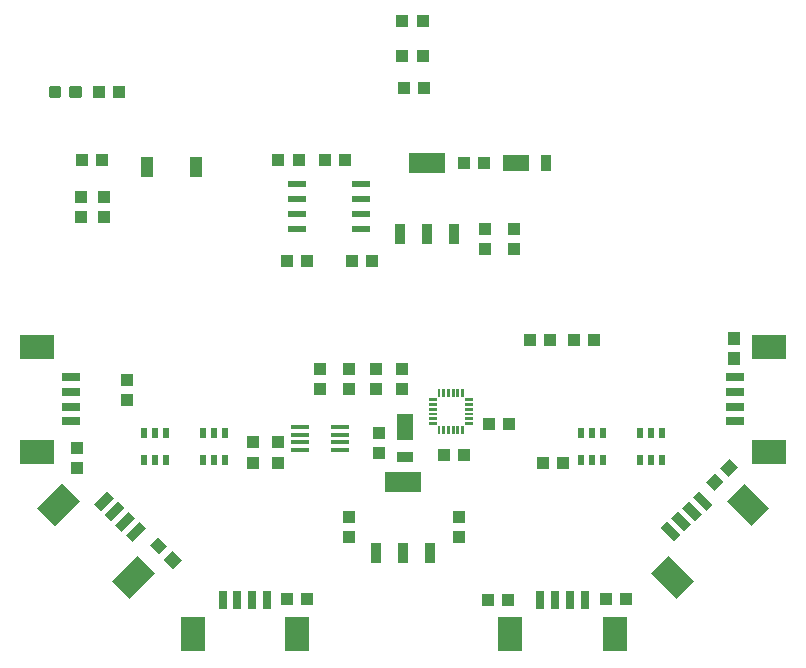
<source format=gbr>
G04 EAGLE Gerber RS-274X export*
G75*
%MOMM*%
%FSLAX34Y34*%
%LPD*%
%INSolderpaste Top*%
%IPPOS*%
%AMOC8*
5,1,8,0,0,1.08239X$1,22.5*%
G01*
%ADD10R,1.000000X1.100000*%
%ADD11R,1.100000X1.000000*%
%ADD12R,0.850800X1.761200*%
%ADD13R,3.150800X1.761200*%
%ADD14C,0.055000*%
%ADD15R,1.600000X0.300000*%
%ADD16R,1.550000X0.600000*%
%ADD17R,2.100000X3.000000*%
%ADD18R,0.800000X1.600000*%
%ADD19R,1.600000X0.800000*%
%ADD20R,3.000000X2.100000*%
%ADD21R,0.600000X0.950000*%
%ADD22R,1.140000X1.780000*%
%ADD23R,1.400000X0.900000*%
%ADD24R,1.400000X2.200000*%
%ADD25R,0.900000X1.400000*%
%ADD26R,2.200000X1.400000*%
%ADD27C,0.300000*%


D10*
X63000Y166500D03*
X63000Y183500D03*
D11*
X308500Y166000D03*
X325500Y166000D03*
X206500Y540000D03*
X189500Y540000D03*
D12*
X167000Y89750D03*
X190000Y89750D03*
X213000Y89750D03*
D13*
X190000Y150250D03*
D12*
X187000Y359750D03*
X210000Y359750D03*
X233000Y359750D03*
D13*
X210000Y420250D03*
D11*
X-64500Y423000D03*
X-81500Y423000D03*
D10*
X259000Y364500D03*
X259000Y347500D03*
D11*
X241500Y420000D03*
X258500Y420000D03*
D10*
X237000Y103500D03*
X237000Y120500D03*
X144000Y120500D03*
X144000Y103500D03*
X144000Y228500D03*
X144000Y245500D03*
X120000Y228500D03*
X120000Y245500D03*
D11*
X224500Y173000D03*
X241500Y173000D03*
X262500Y199000D03*
X279500Y199000D03*
D10*
X170000Y191500D03*
X170000Y174500D03*
D14*
X211625Y219175D02*
X217475Y219175D01*
X211625Y219175D02*
X211625Y220825D01*
X217475Y220825D01*
X217475Y219175D01*
X217475Y219697D02*
X211625Y219697D01*
X211625Y220219D02*
X217475Y220219D01*
X217475Y220741D02*
X211625Y220741D01*
X211625Y215175D02*
X217475Y215175D01*
X211625Y215175D02*
X211625Y216825D01*
X217475Y216825D01*
X217475Y215175D01*
X217475Y215697D02*
X211625Y215697D01*
X211625Y216219D02*
X217475Y216219D01*
X217475Y216741D02*
X211625Y216741D01*
X211625Y211175D02*
X217475Y211175D01*
X211625Y211175D02*
X211625Y212825D01*
X217475Y212825D01*
X217475Y211175D01*
X217475Y211697D02*
X211625Y211697D01*
X211625Y212219D02*
X217475Y212219D01*
X217475Y212741D02*
X211625Y212741D01*
X211625Y207175D02*
X217475Y207175D01*
X211625Y207175D02*
X211625Y208825D01*
X217475Y208825D01*
X217475Y207175D01*
X217475Y207697D02*
X211625Y207697D01*
X211625Y208219D02*
X217475Y208219D01*
X217475Y208741D02*
X211625Y208741D01*
X211625Y203175D02*
X217475Y203175D01*
X211625Y203175D02*
X211625Y204825D01*
X217475Y204825D01*
X217475Y203175D01*
X217475Y203697D02*
X211625Y203697D01*
X211625Y204219D02*
X217475Y204219D01*
X217475Y204741D02*
X211625Y204741D01*
X211625Y199175D02*
X217475Y199175D01*
X211625Y199175D02*
X211625Y200825D01*
X217475Y200825D01*
X217475Y199175D01*
X217475Y199697D02*
X211625Y199697D01*
X211625Y200219D02*
X217475Y200219D01*
X217475Y200741D02*
X211625Y200741D01*
X220825Y197475D02*
X220825Y191625D01*
X219175Y191625D01*
X219175Y197475D01*
X220825Y197475D01*
X220825Y192147D02*
X219175Y192147D01*
X219175Y192669D02*
X220825Y192669D01*
X220825Y193191D02*
X219175Y193191D01*
X219175Y193713D02*
X220825Y193713D01*
X220825Y194235D02*
X219175Y194235D01*
X219175Y194757D02*
X220825Y194757D01*
X220825Y195279D02*
X219175Y195279D01*
X219175Y195801D02*
X220825Y195801D01*
X220825Y196323D02*
X219175Y196323D01*
X219175Y196845D02*
X220825Y196845D01*
X220825Y197367D02*
X219175Y197367D01*
X224825Y197475D02*
X224825Y191625D01*
X223175Y191625D01*
X223175Y197475D01*
X224825Y197475D01*
X224825Y192147D02*
X223175Y192147D01*
X223175Y192669D02*
X224825Y192669D01*
X224825Y193191D02*
X223175Y193191D01*
X223175Y193713D02*
X224825Y193713D01*
X224825Y194235D02*
X223175Y194235D01*
X223175Y194757D02*
X224825Y194757D01*
X224825Y195279D02*
X223175Y195279D01*
X223175Y195801D02*
X224825Y195801D01*
X224825Y196323D02*
X223175Y196323D01*
X223175Y196845D02*
X224825Y196845D01*
X224825Y197367D02*
X223175Y197367D01*
X228825Y197475D02*
X228825Y191625D01*
X227175Y191625D01*
X227175Y197475D01*
X228825Y197475D01*
X228825Y192147D02*
X227175Y192147D01*
X227175Y192669D02*
X228825Y192669D01*
X228825Y193191D02*
X227175Y193191D01*
X227175Y193713D02*
X228825Y193713D01*
X228825Y194235D02*
X227175Y194235D01*
X227175Y194757D02*
X228825Y194757D01*
X228825Y195279D02*
X227175Y195279D01*
X227175Y195801D02*
X228825Y195801D01*
X228825Y196323D02*
X227175Y196323D01*
X227175Y196845D02*
X228825Y196845D01*
X228825Y197367D02*
X227175Y197367D01*
X232825Y197475D02*
X232825Y191625D01*
X231175Y191625D01*
X231175Y197475D01*
X232825Y197475D01*
X232825Y192147D02*
X231175Y192147D01*
X231175Y192669D02*
X232825Y192669D01*
X232825Y193191D02*
X231175Y193191D01*
X231175Y193713D02*
X232825Y193713D01*
X232825Y194235D02*
X231175Y194235D01*
X231175Y194757D02*
X232825Y194757D01*
X232825Y195279D02*
X231175Y195279D01*
X231175Y195801D02*
X232825Y195801D01*
X232825Y196323D02*
X231175Y196323D01*
X231175Y196845D02*
X232825Y196845D01*
X232825Y197367D02*
X231175Y197367D01*
X236825Y197475D02*
X236825Y191625D01*
X235175Y191625D01*
X235175Y197475D01*
X236825Y197475D01*
X236825Y192147D02*
X235175Y192147D01*
X235175Y192669D02*
X236825Y192669D01*
X236825Y193191D02*
X235175Y193191D01*
X235175Y193713D02*
X236825Y193713D01*
X236825Y194235D02*
X235175Y194235D01*
X235175Y194757D02*
X236825Y194757D01*
X236825Y195279D02*
X235175Y195279D01*
X235175Y195801D02*
X236825Y195801D01*
X236825Y196323D02*
X235175Y196323D01*
X235175Y196845D02*
X236825Y196845D01*
X236825Y197367D02*
X235175Y197367D01*
X240825Y197475D02*
X240825Y191625D01*
X239175Y191625D01*
X239175Y197475D01*
X240825Y197475D01*
X240825Y192147D02*
X239175Y192147D01*
X239175Y192669D02*
X240825Y192669D01*
X240825Y193191D02*
X239175Y193191D01*
X239175Y193713D02*
X240825Y193713D01*
X240825Y194235D02*
X239175Y194235D01*
X239175Y194757D02*
X240825Y194757D01*
X240825Y195279D02*
X239175Y195279D01*
X239175Y195801D02*
X240825Y195801D01*
X240825Y196323D02*
X239175Y196323D01*
X239175Y196845D02*
X240825Y196845D01*
X240825Y197367D02*
X239175Y197367D01*
X242525Y200825D02*
X248375Y200825D01*
X248375Y199175D01*
X242525Y199175D01*
X242525Y200825D01*
X242525Y199697D02*
X248375Y199697D01*
X248375Y200219D02*
X242525Y200219D01*
X242525Y200741D02*
X248375Y200741D01*
X248375Y204825D02*
X242525Y204825D01*
X248375Y204825D02*
X248375Y203175D01*
X242525Y203175D01*
X242525Y204825D01*
X242525Y203697D02*
X248375Y203697D01*
X248375Y204219D02*
X242525Y204219D01*
X242525Y204741D02*
X248375Y204741D01*
X248375Y208825D02*
X242525Y208825D01*
X248375Y208825D02*
X248375Y207175D01*
X242525Y207175D01*
X242525Y208825D01*
X242525Y207697D02*
X248375Y207697D01*
X248375Y208219D02*
X242525Y208219D01*
X242525Y208741D02*
X248375Y208741D01*
X248375Y212825D02*
X242525Y212825D01*
X248375Y212825D02*
X248375Y211175D01*
X242525Y211175D01*
X242525Y212825D01*
X242525Y211697D02*
X248375Y211697D01*
X248375Y212219D02*
X242525Y212219D01*
X242525Y212741D02*
X248375Y212741D01*
X248375Y216825D02*
X242525Y216825D01*
X248375Y216825D02*
X248375Y215175D01*
X242525Y215175D01*
X242525Y216825D01*
X242525Y215697D02*
X248375Y215697D01*
X248375Y216219D02*
X242525Y216219D01*
X242525Y216741D02*
X248375Y216741D01*
X248375Y220825D02*
X242525Y220825D01*
X248375Y220825D02*
X248375Y219175D01*
X242525Y219175D01*
X242525Y220825D01*
X242525Y219697D02*
X248375Y219697D01*
X248375Y220219D02*
X242525Y220219D01*
X242525Y220741D02*
X248375Y220741D01*
X239175Y222525D02*
X239175Y228375D01*
X240825Y228375D01*
X240825Y222525D01*
X239175Y222525D01*
X239175Y223047D02*
X240825Y223047D01*
X240825Y223569D02*
X239175Y223569D01*
X239175Y224091D02*
X240825Y224091D01*
X240825Y224613D02*
X239175Y224613D01*
X239175Y225135D02*
X240825Y225135D01*
X240825Y225657D02*
X239175Y225657D01*
X239175Y226179D02*
X240825Y226179D01*
X240825Y226701D02*
X239175Y226701D01*
X239175Y227223D02*
X240825Y227223D01*
X240825Y227745D02*
X239175Y227745D01*
X239175Y228267D02*
X240825Y228267D01*
X235175Y228375D02*
X235175Y222525D01*
X235175Y228375D02*
X236825Y228375D01*
X236825Y222525D01*
X235175Y222525D01*
X235175Y223047D02*
X236825Y223047D01*
X236825Y223569D02*
X235175Y223569D01*
X235175Y224091D02*
X236825Y224091D01*
X236825Y224613D02*
X235175Y224613D01*
X235175Y225135D02*
X236825Y225135D01*
X236825Y225657D02*
X235175Y225657D01*
X235175Y226179D02*
X236825Y226179D01*
X236825Y226701D02*
X235175Y226701D01*
X235175Y227223D02*
X236825Y227223D01*
X236825Y227745D02*
X235175Y227745D01*
X235175Y228267D02*
X236825Y228267D01*
X231175Y228375D02*
X231175Y222525D01*
X231175Y228375D02*
X232825Y228375D01*
X232825Y222525D01*
X231175Y222525D01*
X231175Y223047D02*
X232825Y223047D01*
X232825Y223569D02*
X231175Y223569D01*
X231175Y224091D02*
X232825Y224091D01*
X232825Y224613D02*
X231175Y224613D01*
X231175Y225135D02*
X232825Y225135D01*
X232825Y225657D02*
X231175Y225657D01*
X231175Y226179D02*
X232825Y226179D01*
X232825Y226701D02*
X231175Y226701D01*
X231175Y227223D02*
X232825Y227223D01*
X232825Y227745D02*
X231175Y227745D01*
X231175Y228267D02*
X232825Y228267D01*
X227175Y228375D02*
X227175Y222525D01*
X227175Y228375D02*
X228825Y228375D01*
X228825Y222525D01*
X227175Y222525D01*
X227175Y223047D02*
X228825Y223047D01*
X228825Y223569D02*
X227175Y223569D01*
X227175Y224091D02*
X228825Y224091D01*
X228825Y224613D02*
X227175Y224613D01*
X227175Y225135D02*
X228825Y225135D01*
X228825Y225657D02*
X227175Y225657D01*
X227175Y226179D02*
X228825Y226179D01*
X228825Y226701D02*
X227175Y226701D01*
X227175Y227223D02*
X228825Y227223D01*
X228825Y227745D02*
X227175Y227745D01*
X227175Y228267D02*
X228825Y228267D01*
X223175Y228375D02*
X223175Y222525D01*
X223175Y228375D02*
X224825Y228375D01*
X224825Y222525D01*
X223175Y222525D01*
X223175Y223047D02*
X224825Y223047D01*
X224825Y223569D02*
X223175Y223569D01*
X223175Y224091D02*
X224825Y224091D01*
X224825Y224613D02*
X223175Y224613D01*
X223175Y225135D02*
X224825Y225135D01*
X224825Y225657D02*
X223175Y225657D01*
X223175Y226179D02*
X224825Y226179D01*
X224825Y226701D02*
X223175Y226701D01*
X223175Y227223D02*
X224825Y227223D01*
X224825Y227745D02*
X223175Y227745D01*
X223175Y228267D02*
X224825Y228267D01*
X219175Y228375D02*
X219175Y222525D01*
X219175Y228375D02*
X220825Y228375D01*
X220825Y222525D01*
X219175Y222525D01*
X219175Y223047D02*
X220825Y223047D01*
X220825Y223569D02*
X219175Y223569D01*
X219175Y224091D02*
X220825Y224091D01*
X220825Y224613D02*
X219175Y224613D01*
X219175Y225135D02*
X220825Y225135D01*
X220825Y225657D02*
X219175Y225657D01*
X219175Y226179D02*
X220825Y226179D01*
X220825Y226701D02*
X219175Y226701D01*
X219175Y227223D02*
X220825Y227223D01*
X220825Y227745D02*
X219175Y227745D01*
X219175Y228267D02*
X220825Y228267D01*
D10*
X284000Y364500D03*
X284000Y347500D03*
X-83000Y391500D03*
X-83000Y374500D03*
X-63000Y391500D03*
X-63000Y374500D03*
D15*
X137000Y177000D03*
X137000Y183500D03*
X137000Y190000D03*
X137000Y196500D03*
X103000Y196500D03*
X103000Y190000D03*
X103000Y183500D03*
X103000Y177000D03*
D10*
X84000Y183500D03*
X84000Y166500D03*
X189000Y228500D03*
X189000Y245500D03*
X167000Y228500D03*
X167000Y245500D03*
D16*
X100000Y402050D03*
X100000Y389350D03*
X100000Y376650D03*
X100000Y363950D03*
X154000Y363950D03*
X154000Y376650D03*
X154000Y389350D03*
X154000Y402050D03*
D11*
X101500Y423000D03*
X84500Y423000D03*
X189500Y511000D03*
X206500Y511000D03*
X140500Y423000D03*
X123500Y423000D03*
X190500Y484000D03*
X207500Y484000D03*
D17*
X11750Y21000D03*
X100250Y21000D03*
D18*
X37250Y50000D03*
X62250Y50000D03*
X49750Y50000D03*
X74750Y50000D03*
D17*
X280750Y21000D03*
X369250Y21000D03*
D18*
X306250Y50000D03*
X331250Y50000D03*
X318750Y50000D03*
X343750Y50000D03*
D17*
G36*
X-104652Y112777D02*
X-119708Y127417D01*
X-98794Y148923D01*
X-83738Y134283D01*
X-104652Y112777D01*
G37*
G36*
X-41206Y51077D02*
X-56262Y65717D01*
X-35348Y87223D01*
X-20292Y72583D01*
X-41206Y51077D01*
G37*
D19*
G36*
X-54780Y136808D02*
X-65933Y125339D01*
X-71668Y130916D01*
X-60515Y142385D01*
X-54780Y136808D01*
G37*
G36*
X-36858Y119379D02*
X-48011Y107910D01*
X-53746Y113487D01*
X-42593Y124956D01*
X-36858Y119379D01*
G37*
G36*
X-45819Y128094D02*
X-56972Y116625D01*
X-62707Y122202D01*
X-51554Y133671D01*
X-45819Y128094D01*
G37*
G36*
X-27896Y110665D02*
X-39049Y99196D01*
X-44784Y104773D01*
X-33631Y116242D01*
X-27896Y110665D01*
G37*
D17*
G36*
X435963Y65838D02*
X420781Y51330D01*
X400055Y73018D01*
X415237Y87526D01*
X435963Y65838D01*
G37*
G36*
X499945Y126982D02*
X484763Y112474D01*
X464037Y134162D01*
X479219Y148670D01*
X499945Y126982D01*
G37*
D19*
G36*
X413774Y116559D02*
X424827Y104992D01*
X419044Y99465D01*
X407991Y111032D01*
X413774Y116559D01*
G37*
G36*
X431848Y133831D02*
X442901Y122264D01*
X437118Y116737D01*
X426065Y128304D01*
X431848Y133831D01*
G37*
G36*
X422811Y125195D02*
X433864Y113628D01*
X428081Y108101D01*
X417028Y119668D01*
X422811Y125195D01*
G37*
G36*
X440885Y142467D02*
X451938Y130900D01*
X446155Y125373D01*
X435102Y136940D01*
X440885Y142467D01*
G37*
D20*
X500000Y175750D03*
X500000Y264250D03*
D19*
X471000Y201250D03*
X471000Y226250D03*
X471000Y213750D03*
X471000Y238750D03*
D20*
X-120000Y264250D03*
X-120000Y175750D03*
D19*
X-91000Y238750D03*
X-91000Y213750D03*
X-91000Y226250D03*
X-91000Y201250D03*
D21*
X-20000Y191250D03*
X-20000Y168750D03*
X-29500Y191250D03*
X-10500Y168750D03*
X-29500Y168750D03*
X-10500Y191250D03*
X400000Y191250D03*
X400000Y168750D03*
X390500Y191250D03*
X409500Y168750D03*
X390500Y168750D03*
X409500Y191250D03*
X30000Y191250D03*
X30000Y168750D03*
X20500Y191250D03*
X39500Y168750D03*
X20500Y168750D03*
X39500Y191250D03*
X350000Y191250D03*
X350000Y168750D03*
X340500Y191250D03*
X359500Y168750D03*
X340500Y168750D03*
X359500Y191250D03*
D11*
G36*
X474973Y259956D02*
X474877Y248957D01*
X464879Y249044D01*
X464975Y260043D01*
X474973Y259956D01*
G37*
G36*
X475121Y276956D02*
X475025Y265957D01*
X465027Y266044D01*
X465123Y277043D01*
X475121Y276956D01*
G37*
G36*
X461414Y150343D02*
X453637Y142566D01*
X446566Y149637D01*
X454343Y157414D01*
X461414Y150343D01*
G37*
G36*
X473434Y162363D02*
X465657Y154586D01*
X458586Y161657D01*
X466363Y169434D01*
X473434Y162363D01*
G37*
D10*
X-86000Y178500D03*
X-86000Y161500D03*
D11*
G36*
X-16657Y88586D02*
X-24434Y96363D01*
X-17363Y103434D01*
X-9586Y95657D01*
X-16657Y88586D01*
G37*
G36*
X-4637Y76566D02*
X-12414Y84343D01*
X-5343Y91414D01*
X2434Y83637D01*
X-4637Y76566D01*
G37*
X361500Y51000D03*
X378500Y51000D03*
X91500Y51000D03*
X108500Y51000D03*
D22*
X-26900Y417000D03*
X14900Y417000D03*
D11*
X91500Y337000D03*
X108500Y337000D03*
X146500Y337000D03*
X163500Y337000D03*
D23*
X192000Y171000D03*
D24*
X192000Y196500D03*
D25*
X311000Y420000D03*
D26*
X285500Y420000D03*
D11*
X278500Y50000D03*
X261500Y50000D03*
D10*
X-44000Y236500D03*
X-44000Y219500D03*
D11*
X334500Y270000D03*
X351500Y270000D03*
X297500Y270000D03*
X314500Y270000D03*
D27*
X-90730Y476500D02*
X-90730Y483500D01*
X-83730Y483500D01*
X-83730Y476500D01*
X-90730Y476500D01*
X-90730Y479350D02*
X-83730Y479350D01*
X-83730Y482200D02*
X-90730Y482200D01*
X-108270Y483500D02*
X-108270Y476500D01*
X-108270Y483500D02*
X-101270Y483500D01*
X-101270Y476500D01*
X-108270Y476500D01*
X-108270Y479350D02*
X-101270Y479350D01*
X-101270Y482200D02*
X-108270Y482200D01*
D11*
X-50500Y480000D03*
X-67500Y480000D03*
M02*

</source>
